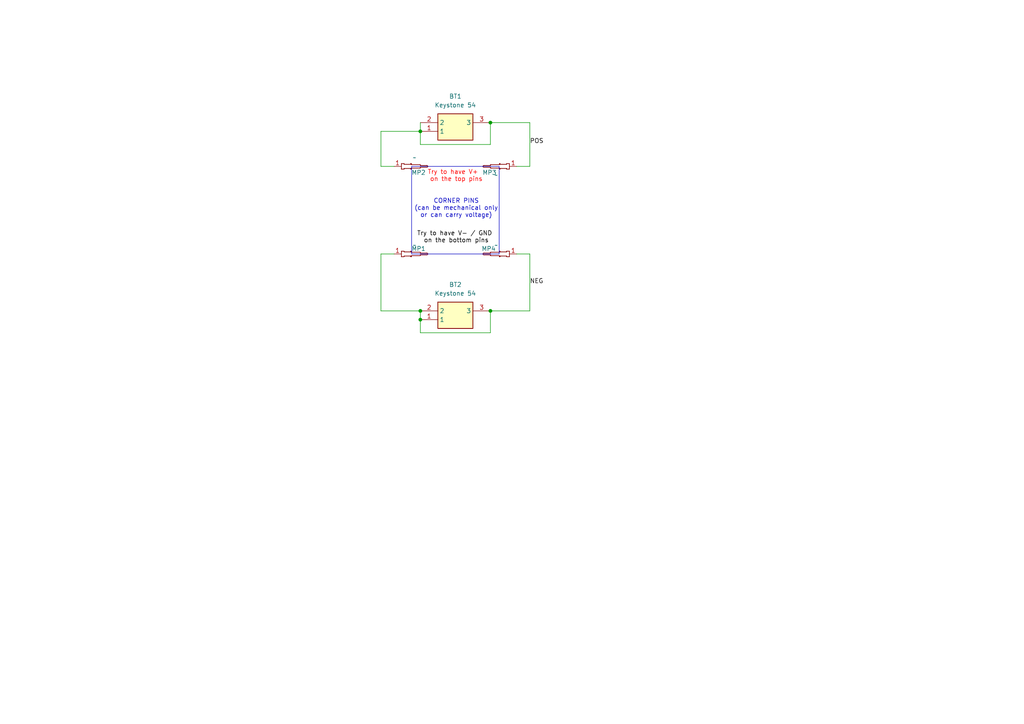
<source format=kicad_sch>
(kicad_sch (version 20250114) (generator "eeschema") (generator_version "9.0")
  (paper "A4")
  (lib_symbols
    (symbol "Adom KiCad Symbols:Adom_Machine_Pin"
      (property "Reference" "MP" (at -1.27 1.524 0))
      (symbol "Adom_Machine_Pin_1_0"
        (polyline (pts (xy -4.445 0.255) (xy -2.54 0.255)) (stroke (width 0.2)))
        (arc (start -4.445 -0.255) (mid -4.7 0) (end -4.445 0.255) (stroke (width 0.2)))
        (polyline (pts (xy -2.54 0.435) (xy -2.475 0.5)) (stroke (width 0.2)))
        (polyline (pts (xy -2.54 0.255) (xy -2.54 0.435)) (stroke (width 0.2)))
        (polyline (pts (xy -2.54 -0.255) (xy -4.445 -0.255)) (stroke (width 0.2)))
        (polyline (pts (xy -2.54 -0.435) (xy -2.54 -0.255)) (stroke (width 0.2)))
        (polyline (pts (xy -2.475 0.5) (xy -2.375 0.5)) (stroke (width 0.2)))
        (polyline (pts (xy -2.475 -0.5) (xy -2.54 -0.435)) (stroke (width 0.2)))
        (polyline (pts (xy -2.375 0.5) (xy 0.06 0.5)) (stroke (width 0.2)))
        (polyline (pts (xy -2.375 -0.5) (xy -2.475 -0.5)) (stroke (width 0.2)))
        (polyline (pts (xy 0.06 0.8) (xy 0.26 0.8)) (stroke (width 0.2)))
        (polyline (pts (xy 0.06 0.5) (xy 0.06 0.8)) (stroke (width 0.2)))
        (polyline (pts (xy 0.06 -0.5) (xy -2.375 -0.5)) (stroke (width 0.2)))
        (polyline (pts (xy 0.06 -0.8) (xy 0.06 -0.5)) (stroke (width 0.2)))
        (polyline (pts (xy 0.26 0.8) (xy 0.26 0.6)) (stroke (width 0.2)))
        (polyline (pts (xy 0.26 0.6) (xy 2.16 0.6)) (stroke (width 0.2)))
        (polyline (pts (xy 0.26 -0.6) (xy 0.26 -0.8)) (stroke (width 0.2)))
        (polyline (pts (xy 0.26 -0.8) (xy 0.06 -0.8)) (stroke (width 0.2)))
        (polyline (pts (xy 2.16 0.8) (xy 2.96 0.8)) (stroke (width 0.2)))
        (polyline (pts (xy 2.16 0.6) (xy 2.16 0.8)) (stroke (width 0.2)))
        (polyline (pts (xy 2.16 -0.6) (xy 0.26 -0.6)) (stroke (width 0.2)))
        (polyline (pts (xy 2.16 -0.8) (xy 2.16 -0.6)) (stroke (width 0.2)))
        (polyline (pts (xy 2.96 0.8) (xy 2.96 -0.8)) (stroke (width 0.2)))
        (polyline (pts (xy 2.96 -0.8) (xy 2.16 -0.8)) (stroke (width 0.2)))
      )
      (symbol "Adom_Machine_Pin_1_1"
        (pin passive line (at 5.08 0 180) (length 2) (name "") (number "1"))
      )
    )
    (symbol "Imported_Parts:Keystone 54"
      (property "Reference" "BT" (at 16.51 7.62 0))
      (property "Value" "Keystone 54" (at 16.51 5.08 0))
      (symbol "Keystone 54_1_1"
        (rectangle (start 5.08 2.54) (end 15.24 -5.08) (stroke (width 0.254)) (fill (type background)))
        (pin passive line (at 0 0 0) (length 5.08) (name "2") (number "2"))
        (pin passive line (at 0 -2.54 0) (length 5.08) (name "1") (number "1"))
        (pin passive line (at 20.32 0 180) (length 5.08) (name "3") (number "3"))
      )
    )
    (symbol "Keystone 54_1"
      (property "Reference" "BT" (at 16.51 7.62 0))
      (property "Value" "Keystone 54" (at 16.51 5.08 0))
      (symbol "Keystone 54_1_1_1"
        (rectangle (start 5.08 2.54) (end 15.24 -5.08) (stroke (width 0.254)) (fill (type background)))
        (pin passive line (at 0 0 0) (length 5.08) (name "2") (number "2"))
        (pin passive line (at 0 -2.54 0) (length 5.08) (name "1") (number "1"))
        (pin passive line (at 20.32 0 180) (length 5.08) (name "3") (number "3"))
      )
    )
  )
  (rectangle (start 119.38 48.26) (end 144.78 73.66))
  (text "Try to have V+  \non the top pins" (at 132.334 51.054 0) (effects (font (size 1.27 1.27))))
  (text "CORNER PINS\n(can be mechanical only\nor can carry voltage)" (at 132.334 60.452 0) (effects (font (size 1.27 1.27))))
  (text "Try to have V- / GND \non the bottom pins" (at 132.334 68.834 0) (effects (font (size 1.27 1.27))))
  (junction (at 142.24 90.17))
  (junction (at 142.24 35.56))
  (junction (at 121.92 38.1))
  (junction (at 121.92 90.17))
  (junction (at 121.92 92.71))
  (wire (pts (xy 142.24 96.52) (xy 142.24 90.17)))
  (wire (pts (xy 142.24 35.56) (xy 153.67 35.56)))
  (wire (pts (xy 121.92 38.1) (xy 121.92 41.91)))
  (wire (pts (xy 149.86 48.26) (xy 153.67 48.26)))
  (wire (pts (xy 110.49 90.17) (xy 121.92 90.17)))
  (wire (pts (xy 121.92 35.56) (xy 121.92 38.1)))
  (wire (pts (xy 121.92 92.71) (xy 121.92 96.52)))
  (wire (pts (xy 142.24 41.91) (xy 142.24 35.56)))
  (wire (pts (xy 153.67 90.17) (xy 142.24 90.17)))
  (wire (pts (xy 121.92 90.17) (xy 121.92 92.71)))
  (wire (pts (xy 110.49 38.1) (xy 121.92 38.1)))
  (wire (pts (xy 110.49 73.66) (xy 114.3 73.66)))
  (wire (pts (xy 121.92 96.52) (xy 142.24 96.52)))
  (wire (pts (xy 153.67 73.66) (xy 153.67 90.17)))
  (wire (pts (xy 121.92 41.91) (xy 142.24 41.91)))
  (wire (pts (xy 110.49 48.26) (xy 110.49 38.1)))
  (wire (pts (xy 110.49 73.66) (xy 110.49 90.17)))
  (wire (pts (xy 149.86 73.66) (xy 153.67 73.66)))
  (wire (pts (xy 110.49 48.26) (xy 114.3 48.26)))
  (wire (pts (xy 153.67 35.56) (xy 153.67 48.26)))
  (label "NEG" (at 153.67 82.55 0))
  (label "POS" (at 153.67 41.91 0))
  (symbol (lib_id "Adom KiCad Symbols:Adom_Machine_Pin") (at 144.78 48.26 0) (unit 1)
    (property "Reference" "MP3" (at 141.986 50.038 0))
    (property "Value" "~" (at 143.92 50.8 0))
    (property "Footprint" "Adom Footprint Library:ADOM_MEDIUM_PIN_SHORTER_v1" (effects (hide yes)))
  )
  (symbol (lib_id "Adom KiCad Symbols:Adom_Machine_Pin") (at 144.78 73.66 0) (unit 1)
    (property "Reference" "MP4" (at 141.732 72.136 0))
    (property "Value" "~" (at 143.92 71.12 0))
    (property "Footprint" "Adom Footprint Library:ADOM_MEDIUM_PIN_SHORTER_v1" (effects (hide yes)))
  )
  (symbol (lib_name "Keystone 54_1") (lib_id "Imported_Parts:Keystone 54") (at 121.92 35.56 0) (unit 1)
    (property "Reference" "BT1" (at 132.08 27.94 0))
    (property "Value" "Keystone 54" (at 132.08 30.48 0))
    (property "Footprint" "Imported_Parts:Keystone 54" (effects (hide yes)))
    (property "Datasheet" "http://www.keyelco.com/product-pdf.cfm?p=826" (effects (hide yes)))
    (property "Description" "Cylindrical Battery Contacts, Clips, Holders & Springs 16-19mm PC BATTERY CLIP" (effects (hide yes)))
    (property "Height" "16.97" (effects (hide yes)))
    (property "Mouser Part Number" "534-54" (effects (hide yes)))
    (property "Mouser Price/Stock" "https://www.mouser.co.uk/ProductDetail/Keystone-Electronics/54?qs=73q%2FgRcW4F3NakoJDesViw%3D%3D" (effects (hide yes)))
    (property "Manufacturer_Name" "Keystone Electronics" (effects (hide yes)))
    (property "Manufacturer_Part_Number" "54" (effects (hide yes)))
  )
  (symbol (lib_id "Adom KiCad Symbols:Adom_Machine_Pin") (at 119.38 73.66 180) (unit 1)
    (property "Reference" "MP1" (at 121.412 72.136 0))
    (property "Value" "~" (at 120.24 71.12 0))
    (property "Footprint" "Adom Footprint Library:ADOM_MEDIUM_PIN_SHORTER_v1" (effects (hide yes)))
  )
  (symbol (lib_id "Adom KiCad Symbols:Adom_Machine_Pin") (at 119.38 48.26 180) (unit 1)
    (property "Reference" "MP2" (at 121.412 50.038 0))
    (property "Value" "~" (at 120.24 45.72 0))
    (property "Footprint" "Adom Footprint Library:ADOM_MEDIUM_PIN_SHORTER_v1" (effects (hide yes)))
  )
  (symbol (lib_id "Imported_Parts:Keystone 54") (at 121.92 90.17 0) (unit 1)
    (property "Reference" "BT2" (at 132.08 82.55 0))
    (property "Value" "Keystone 54" (at 132.08 85.09 0))
    (property "Footprint" "Imported_Parts:Keystone 54" (effects (hide yes)))
    (property "Datasheet" "http://www.keyelco.com/product-pdf.cfm?p=826" (effects (hide yes)))
    (property "Description" "Cylindrical Battery Contacts, Clips, Holders & Springs 16-19mm PC BATTERY CLIP" (effects (hide yes)))
    (property "Height" "16.97" (effects (hide yes)))
    (property "Mouser Part Number" "534-54" (effects (hide yes)))
    (property "Mouser Price/Stock" "https://www.mouser.co.uk/ProductDetail/Keystone-Electronics/54?qs=73q%2FgRcW4F3NakoJDesViw%3D%3D" (effects (hide yes)))
    (property "Manufacturer_Name" "Keystone Electronics" (effects (hide yes)))
    (property "Manufacturer_Part_Number" "54" (effects (hide yes)))
  )
)
</source>
